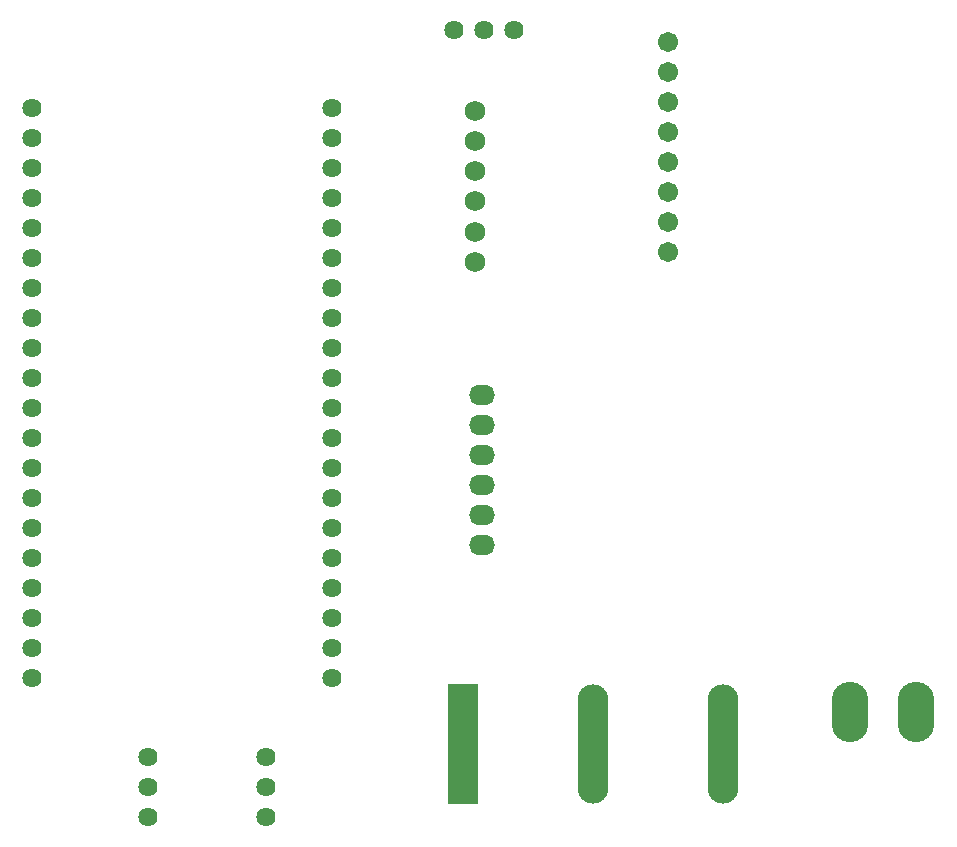
<source format=gts>
G04 Layer: TopSolderMaskLayer*
G04 EasyEDA Pro v2.2.40.3, 2025-07-25 22:58:42*
G04 Gerber Generator version 0.3*
G04 Scale: 100 percent, Rotated: No, Reflected: No*
G04 Dimensions in millimeters*
G04 Leading zeros omitted, absolute positions, 4 integers and 5 decimals*
G04 Generated by one-click*
%FSLAX45Y45*%
%MOMM*%
%AMRoundRect*1,1,$1,$2,$3*1,1,$1,$4,$5*1,1,$1,0-$2,0-$3*1,1,$1,0-$4,0-$5*20,1,$1,$2,$3,$4,$5,0*20,1,$1,$4,$5,0-$2,0-$3,0*20,1,$1,0-$2,0-$3,0-$4,0-$5,0*20,1,$1,0-$4,0-$5,$2,$3,0*4,1,4,$2,$3,$4,$5,0-$2,0-$3,0-$4,0-$5,$2,$3,0*%
%ADD10C,1.6256*%
%ADD11C,1.7032*%
%ADD12C,1.7272*%
%ADD13O,2.2X1.7*%
%ADD14O,3.1016X5.1016*%
%ADD15RoundRect,0.1072X-1.25185X-5.00184X-1.25185X5.00184*%
%ADD16RoundRect,0.0963X-1.25185X-5.00184X-1.25185X5.00184*%
%ADD17O,2.59999X10.09998*%
G75*


G04 Pad Start*
G54D10*
G01X406400Y-1130300D03*
G01X406400Y-1384300D03*
G01X406400Y-1638300D03*
G01X406400Y-1892300D03*
G01X406400Y-2146300D03*
G01X406400Y-2400300D03*
G01X406400Y-2654300D03*
G01X406400Y-2908300D03*
G01X406400Y-3162300D03*
G01X406400Y-3416300D03*
G01X406400Y-3670300D03*
G01X406400Y-3924300D03*
G01X406400Y-4178300D03*
G01X406400Y-4432300D03*
G01X406400Y-4686300D03*
G01X406400Y-4940300D03*
G01X406400Y-5194300D03*
G01X406400Y-5448300D03*
G01X406400Y-5702300D03*
G01X406400Y-5956300D03*
G01X2946400Y-5956300D03*
G01X2946400Y-5702300D03*
G01X2946400Y-5448300D03*
G01X2946400Y-5194300D03*
G01X2946400Y-4940300D03*
G01X2946400Y-4686300D03*
G01X2946400Y-4432300D03*
G01X2946400Y-4178300D03*
G01X2946400Y-3924300D03*
G01X2946400Y-3670300D03*
G01X2946400Y-3416300D03*
G01X2946400Y-3162300D03*
G01X2946400Y-2908300D03*
G01X2946400Y-2654300D03*
G01X2946400Y-2400300D03*
G01X2946400Y-2146300D03*
G01X2946400Y-1892300D03*
G01X2946400Y-1638300D03*
G01X2946400Y-1384300D03*
G01X2946400Y-1130300D03*
G54D11*
G01X5791200Y-571500D03*
G01X5791200Y-825500D03*
G01X5791200Y-1079500D03*
G01X5791200Y-1333500D03*
G01X5791200Y-1587500D03*
G01X5791200Y-1841500D03*
G01X5791200Y-2095500D03*
G01X5791200Y-2349500D03*
G54D10*
G01X2387600Y-6629400D03*
G01X2387600Y-6883400D03*
G01X2387600Y-7137400D03*
G01X1384300Y-6629400D03*
G01X1384300Y-6883400D03*
G01X1384300Y-7137400D03*
G01X3975100Y-469900D03*
G01X4229100Y-469900D03*
G01X4483100Y-469900D03*
G54D12*
G01X4152900Y-1155700D03*
G01X4152900Y-1409700D03*
G01X4152900Y-1663700D03*
G01X4152900Y-1917700D03*
G01X4152900Y-2184400D03*
G01X4152900Y-2438400D03*
G54D13*
G01X4209999Y-4070096D03*
G01X4209999Y-4324096D03*
G01X4209999Y-4578096D03*
G01X4209999Y-4832096D03*
G01X4209999Y-3816096D03*
G01X4209999Y-3562096D03*
G54D14*
G01X7886700Y-6248400D03*
G01X7327900Y-6248400D03*
G54D16*
G01X4056202Y-6515100D03*
G54D17*
G01X5156200Y-6515100D03*
G01X6256198Y-6515100D03*
G04 Pad End*

M02*


</source>
